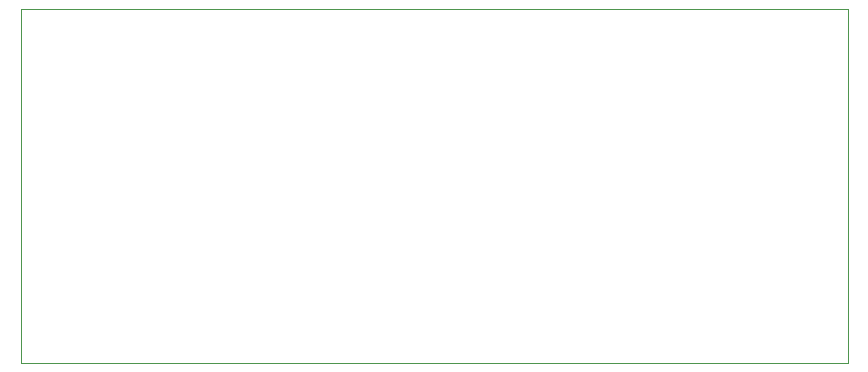
<source format=gbr>
%TF.GenerationSoftware,Altium Limited,Altium Designer,24.0.1 (36)*%
G04 Layer_Color=0*
%FSLAX45Y45*%
%MOMM*%
%TF.SameCoordinates,A01A54B3-6B64-4A67-9B29-D4FC54FCECB2*%
%TF.FilePolarity,Positive*%
%TF.FileFunction,Profile,NP*%
%TF.Part,Single*%
G01*
G75*
%TA.AperFunction,Profile*%
%ADD72C,0.02540*%
D72*
X-0Y0D02*
X0Y3000000D01*
X7000000D01*
Y2250000D01*
X7000000Y0D01*
X-0D01*
%TF.MD5,dc7b6132a0eb457659af427c09906ccd*%
M02*

</source>
